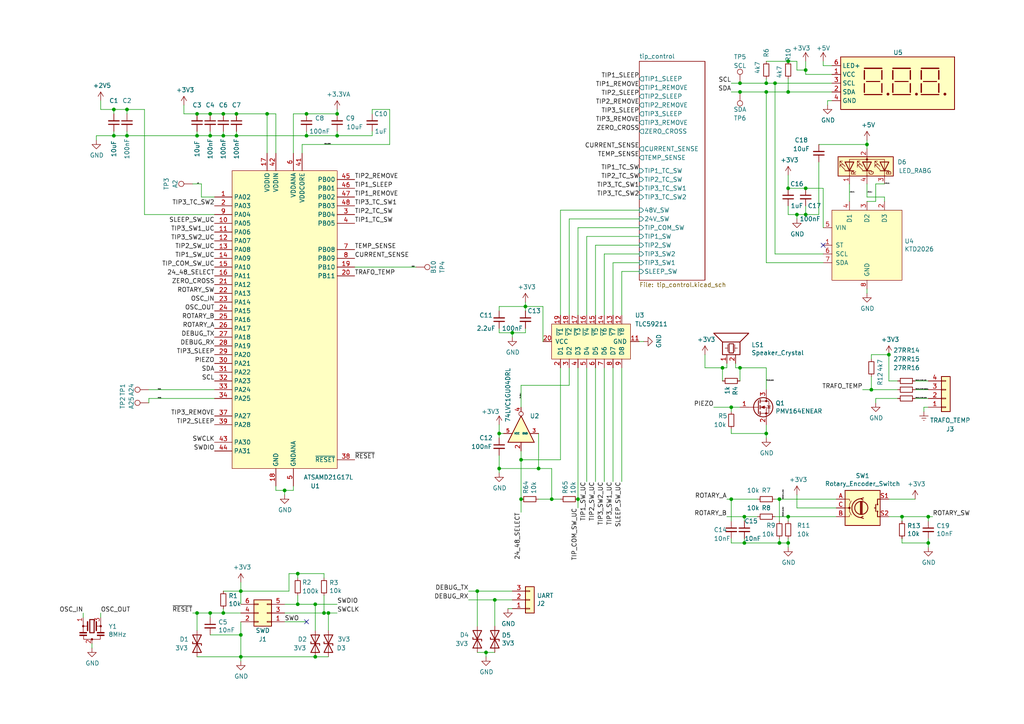
<source format=kicad_sch>
(kicad_sch (version 20230121) (generator eeschema)
  (paper "A4")
  (junction (at 228.6 54.61))
  (junction (at 233.68 62.23))
  (junction (at 60.96 177.8))
  (junction (at 214.63 106.68))
  (junction (at 252.73 113.03))
  (junction (at 69.85 171.45))
  (junction (at 69.85 190.5))
  (junction (at 269.24 157.48))
  (junction (at 60.96 39.37))
  (junction (at 228.6 149.86))
  (junction (at 36.83 39.37))
  (junction (at 261.62 149.86))
  (junction (at 222.25 125.73))
  (junction (at 33.02 39.37))
  (junction (at 144.78 135.89))
  (junction (at 93.98 177.8))
  (junction (at 212.09 144.78))
  (junction (at 152.4 88.9))
  (junction (at 224.79 24.13))
  (junction (at 226.06 144.78))
  (junction (at 233.68 54.61))
  (junction (at 212.09 118.11))
  (junction (at 88.9 33.02))
  (junction (at 64.77 39.37))
  (junction (at 231.14 62.23))
  (junction (at 86.36 175.26))
  (junction (at 233.68 20.32))
  (junction (at 95.25 177.8))
  (junction (at 97.79 39.37))
  (junction (at 209.55 106.68))
  (junction (at 215.9 149.86))
  (junction (at 160.02 144.78))
  (junction (at 57.15 177.8))
  (junction (at 91.44 190.5))
  (junction (at 140.97 189.23))
  (junction (at 33.02 31.75))
  (junction (at 215.9 157.48))
  (junction (at 151.13 144.78))
  (junction (at 138.43 171.45))
  (junction (at 82.55 142.24))
  (junction (at 251.46 41.91))
  (junction (at 97.79 33.02))
  (junction (at 156.21 135.89))
  (junction (at 228.6 26.67))
  (junction (at 228.6 157.48))
  (junction (at 57.15 39.37))
  (junction (at 88.9 39.37))
  (junction (at 144.78 125.73))
  (junction (at 77.47 33.02))
  (junction (at 228.6 17.78))
  (junction (at 167.64 144.78))
  (junction (at 86.36 166.37))
  (junction (at 69.85 184.15))
  (junction (at 269.24 149.86))
  (junction (at 60.96 33.02))
  (junction (at 214.63 26.67))
  (junction (at 91.44 175.26))
  (junction (at 222.25 24.13))
  (junction (at 143.51 173.99))
  (junction (at 64.77 33.02))
  (junction (at 57.15 33.02))
  (junction (at 226.06 157.48))
  (junction (at 68.58 33.02))
  (junction (at 36.83 31.75))
  (junction (at 214.63 24.13))
  (junction (at 151.13 133.35))
  (junction (at 148.59 96.52))
  (junction (at 222.25 26.67))
  (junction (at 68.58 39.37))
  (junction (at 64.77 177.8))
  (junction (at 257.81 102.87))
  (no_connect (at 238.76 71.12))
  (no_connect (at 88.9 180.34))
  (wire (pts (xy 29.21 179.07) (xy 29.21 177.8)))
  (wire (pts (xy 222.25 17.78) (xy 228.6 17.78)))
  (wire (pts (xy 91.44 190.5) (xy 69.85 190.5)))
  (wire (pts (xy 60.96 38.1) (xy 60.96 39.37)))
  (wire (pts (xy 228.6 157.48) (xy 228.6 158.75)))
  (wire (pts (xy 151.13 133.35) (xy 151.13 130.81)))
  (wire (pts (xy 219.71 149.86) (xy 215.9 149.86)))
  (wire (pts (xy 185.42 66.04) (xy 167.64 66.04)))
  (wire (pts (xy 113.03 41.91) (xy 113.03 31.75)))
  (wire (pts (xy 138.43 171.45) (xy 135.89 171.45)))
  (wire (pts (xy 82.55 142.24) (xy 85.09 142.24)))
  (wire (pts (xy 172.72 106.68) (xy 172.72 139.7)))
  (wire (pts (xy 170.18 106.68) (xy 170.18 139.7)))
  (wire (pts (xy 260.35 115.57) (xy 254 115.57)))
  (wire (pts (xy 165.1 111.76) (xy 151.13 111.76)))
  (wire (pts (xy 214.63 26.67) (xy 222.25 26.67)))
  (wire (pts (xy 36.83 38.1) (xy 36.83 39.37)))
  (wire (pts (xy 214.63 106.68) (xy 222.25 106.68)))
  (wire (pts (xy 69.85 190.5) (xy 57.15 190.5)))
  (wire (pts (xy 156.21 135.89) (xy 160.02 135.89)))
  (wire (pts (xy 88.9 33.02) (xy 97.79 33.02)))
  (wire (pts (xy 82.55 180.34) (xy 88.9 180.34)))
  (wire (pts (xy 257.81 102.87) (xy 252.73 102.87)))
  (wire (pts (xy 265.43 113.03) (xy 269.24 113.03)))
  (wire (pts (xy 91.44 182.88) (xy 91.44 175.26)))
  (wire (pts (xy 148.59 96.52) (xy 144.78 96.52)))
  (wire (pts (xy 254 58.42) (xy 251.46 58.42)))
  (wire (pts (xy 68.58 39.37) (xy 64.77 39.37)))
  (wire (pts (xy 60.96 184.15) (xy 69.85 184.15)))
  (wire (pts (xy 222.25 76.2) (xy 222.25 26.67)))
  (wire (pts (xy 69.85 190.5) (xy 69.85 191.77)))
  (wire (pts (xy 138.43 189.23) (xy 140.97 189.23)))
  (wire (pts (xy 69.85 184.15) (xy 69.85 180.34)))
  (wire (pts (xy 251.46 83.82) (xy 251.46 85.09)))
  (wire (pts (xy 185.42 71.12) (xy 172.72 71.12)))
  (wire (pts (xy 152.4 95.25) (xy 152.4 96.52)))
  (wire (pts (xy 238.76 73.66) (xy 224.79 73.66)))
  (wire (pts (xy 107.95 31.75) (xy 107.95 33.02)))
  (wire (pts (xy 233.68 62.23) (xy 233.68 59.69)))
  (wire (pts (xy 185.42 60.96) (xy 162.56 60.96)))
  (wire (pts (xy 138.43 171.45) (xy 138.43 181.61)))
  (wire (pts (xy 222.25 123.19) (xy 222.25 125.73)))
  (wire (pts (xy 261.62 157.48) (xy 269.24 157.48)))
  (wire (pts (xy 209.55 106.68) (xy 210.82 106.68)))
  (wire (pts (xy 58.42 57.15) (xy 58.42 53.34)))
  (wire (pts (xy 144.78 125.73) (xy 144.78 123.19)))
  (wire (pts (xy 69.85 175.26) (xy 69.85 171.45)))
  (wire (pts (xy 237.49 62.23) (xy 233.68 62.23)))
  (wire (pts (xy 212.09 118.11) (xy 207.01 118.11)))
  (wire (pts (xy 57.15 33.02) (xy 53.34 33.02)))
  (wire (pts (xy 210.82 144.78) (xy 212.09 144.78)))
  (wire (pts (xy 140.97 189.23) (xy 143.51 189.23)))
  (wire (pts (xy 265.43 110.49) (xy 269.24 110.49)))
  (wire (pts (xy 212.09 26.67) (xy 214.63 26.67)))
  (wire (pts (xy 64.77 39.37) (xy 60.96 39.37)))
  (wire (pts (xy 80.01 44.45) (xy 80.01 33.02)))
  (wire (pts (xy 228.6 157.48) (xy 226.06 157.48)))
  (wire (pts (xy 251.46 41.91) (xy 237.49 41.91)))
  (wire (pts (xy 82.55 177.8) (xy 93.98 177.8)))
  (wire (pts (xy 228.6 22.86) (xy 228.6 26.67)))
  (wire (pts (xy 269.24 118.11) (xy 267.97 118.11)))
  (wire (pts (xy 177.8 76.2) (xy 177.8 91.44)))
  (wire (pts (xy 87.63 41.91) (xy 113.03 41.91)))
  (wire (pts (xy 170.18 68.58) (xy 170.18 91.44)))
  (wire (pts (xy 62.23 113.03) (xy 43.18 113.03)))
  (wire (pts (xy 77.47 33.02) (xy 68.58 33.02)))
  (wire (pts (xy 85.09 142.24) (xy 85.09 140.97)))
  (wire (pts (xy 107.95 39.37) (xy 97.79 39.37)))
  (wire (pts (xy 60.96 33.02) (xy 57.15 33.02)))
  (wire (pts (xy 162.56 60.96) (xy 162.56 91.44)))
  (wire (pts (xy 144.78 125.73) (xy 144.78 127)))
  (wire (pts (xy 231.14 17.78) (xy 231.14 20.32)))
  (wire (pts (xy 185.42 73.66) (xy 175.26 73.66)))
  (wire (pts (xy 95.25 182.88) (xy 95.25 177.8)))
  (wire (pts (xy 224.79 73.66) (xy 224.79 24.13)))
  (wire (pts (xy 238.76 66.04) (xy 238.76 54.61)))
  (wire (pts (xy 83.82 166.37) (xy 86.36 166.37)))
  (wire (pts (xy 68.58 38.1) (xy 68.58 39.37)))
  (wire (pts (xy 26.67 186.69) (xy 26.67 187.96)))
  (wire (pts (xy 88.9 39.37) (xy 88.9 38.1)))
  (wire (pts (xy 269.24 149.86) (xy 270.51 149.86)))
  (wire (pts (xy 228.6 149.86) (xy 242.57 149.86)))
  (wire (pts (xy 148.59 171.45) (xy 138.43 171.45)))
  (wire (pts (xy 87.63 44.45) (xy 87.63 41.91)))
  (wire (pts (xy 156.21 144.78) (xy 160.02 144.78)))
  (wire (pts (xy 53.34 30.48) (xy 53.34 33.02)))
  (wire (pts (xy 57.15 177.8) (xy 55.88 177.8)))
  (wire (pts (xy 269.24 149.86) (xy 269.24 151.13)))
  (wire (pts (xy 238.76 19.05) (xy 238.76 17.78)))
  (wire (pts (xy 83.82 171.45) (xy 83.82 166.37)))
  (wire (pts (xy 209.55 110.49) (xy 209.55 106.68)))
  (wire (pts (xy 27.94 39.37) (xy 27.94 40.64)))
  (wire (pts (xy 140.97 190.5) (xy 140.97 189.23)))
  (wire (pts (xy 175.26 73.66) (xy 175.26 91.44)))
  (wire (pts (xy 33.02 39.37) (xy 33.02 38.1)))
  (wire (pts (xy 204.47 102.87) (xy 204.47 106.68)))
  (wire (pts (xy 144.78 137.16) (xy 144.78 135.89)))
  (wire (pts (xy 29.21 31.75) (xy 29.21 29.21)))
  (wire (pts (xy 157.48 88.9) (xy 152.4 88.9)))
  (wire (pts (xy 226.06 144.78) (xy 242.57 144.78)))
  (wire (pts (xy 80.01 33.02) (xy 77.47 33.02)))
  (wire (pts (xy 222.25 106.68) (xy 222.25 113.03)))
  (wire (pts (xy 215.9 157.48) (xy 212.09 157.48)))
  (wire (pts (xy 185.42 63.5) (xy 165.1 63.5)))
  (wire (pts (xy 148.59 96.52) (xy 148.59 97.79)))
  (wire (pts (xy 64.77 38.1) (xy 64.77 39.37)))
  (wire (pts (xy 180.34 78.74) (xy 180.34 91.44)))
  (wire (pts (xy 97.79 39.37) (xy 97.79 38.1)))
  (wire (pts (xy 64.77 33.02) (xy 60.96 33.02)))
  (wire (pts (xy 93.98 167.64) (xy 93.98 166.37)))
  (wire (pts (xy 167.64 106.68) (xy 167.64 144.78)))
  (wire (pts (xy 77.47 44.45) (xy 77.47 33.02)))
  (wire (pts (xy 68.58 39.37) (xy 88.9 39.37)))
  (wire (pts (xy 215.9 149.86) (xy 210.82 149.86)))
  (wire (pts (xy 82.55 142.24) (xy 82.55 143.51)))
  (wire (pts (xy 222.25 22.86) (xy 222.25 24.13)))
  (wire (pts (xy 69.85 184.15) (xy 69.85 190.5)))
  (wire (pts (xy 261.62 149.86) (xy 269.24 149.86)))
  (wire (pts (xy 260.35 110.49) (xy 257.81 110.49)))
  (wire (pts (xy 113.03 31.75) (xy 107.95 31.75)))
  (wire (pts (xy 69.85 177.8) (xy 64.77 177.8)))
  (wire (pts (xy 237.49 46.99) (xy 237.49 62.23)))
  (wire (pts (xy 80.01 142.24) (xy 82.55 142.24)))
  (wire (pts (xy 58.42 53.34) (xy 55.88 53.34)))
  (wire (pts (xy 214.63 110.49) (xy 214.63 106.68)))
  (wire (pts (xy 233.68 21.59) (xy 233.68 20.32)))
  (wire (pts (xy 251.46 41.91) (xy 251.46 43.18)))
  (wire (pts (xy 64.77 171.45) (xy 69.85 171.45)))
  (wire (pts (xy 228.6 17.78) (xy 231.14 17.78)))
  (wire (pts (xy 252.73 109.22) (xy 252.73 113.03)))
  (wire (pts (xy 228.6 50.8) (xy 228.6 54.61)))
  (wire (pts (xy 157.48 99.06) (xy 157.48 88.9)))
  (wire (pts (xy 33.02 39.37) (xy 27.94 39.37)))
  (wire (pts (xy 228.6 59.69) (xy 228.6 62.23)))
  (wire (pts (xy 256.54 57.15) (xy 251.46 57.15)))
  (wire (pts (xy 151.13 133.35) (xy 162.56 133.35)))
  (wire (pts (xy 228.6 149.86) (xy 228.6 151.13)))
  (wire (pts (xy 156.21 125.73) (xy 156.21 135.89)))
  (wire (pts (xy 97.79 33.02) (xy 97.79 31.75)))
  (wire (pts (xy 212.09 144.78) (xy 212.09 151.13)))
  (wire (pts (xy 148.59 176.53) (xy 147.32 176.53)))
  (wire (pts (xy 215.9 156.21) (xy 215.9 157.48)))
  (wire (pts (xy 93.98 177.8) (xy 93.98 172.72)))
  (wire (pts (xy 256.54 53.34) (xy 254 53.34)))
  (wire (pts (xy 62.23 57.15) (xy 58.42 57.15)))
  (wire (pts (xy 36.83 39.37) (xy 33.02 39.37)))
  (wire (pts (xy 222.25 125.73) (xy 222.25 127)))
  (wire (pts (xy 269.24 157.48) (xy 269.24 156.21)))
  (wire (pts (xy 213.36 105.41) (xy 213.36 106.68)))
  (wire (pts (xy 212.09 124.46) (xy 212.09 125.73)))
  (wire (pts (xy 60.96 39.37) (xy 57.15 39.37)))
  (wire (pts (xy 240.03 29.21) (xy 240.03 30.48)))
  (wire (pts (xy 160.02 135.89) (xy 160.02 144.78)))
  (wire (pts (xy 64.77 177.8) (xy 64.77 176.53)))
  (wire (pts (xy 95.25 177.8) (xy 97.79 177.8)))
  (wire (pts (xy 251.46 40.64) (xy 251.46 41.91)))
  (wire (pts (xy 233.68 54.61) (xy 228.6 54.61)))
  (wire (pts (xy 82.55 175.26) (xy 86.36 175.26)))
  (wire (pts (xy 175.26 106.68) (xy 175.26 139.7)))
  (wire (pts (xy 29.21 31.75) (xy 33.02 31.75)))
  (wire (pts (xy 60.96 177.8) (xy 60.96 179.07)))
  (wire (pts (xy 212.09 119.38) (xy 212.09 118.11)))
  (wire (pts (xy 143.51 173.99) (xy 143.51 181.61)))
  (wire (pts (xy 62.23 62.23) (xy 41.91 62.23)))
  (wire (pts (xy 260.35 113.03) (xy 252.73 113.03)))
  (wire (pts (xy 57.15 182.88) (xy 57.15 177.8)))
  (wire (pts (xy 156.21 135.89) (xy 144.78 135.89)))
  (wire (pts (xy 252.73 102.87) (xy 252.73 104.14)))
  (wire (pts (xy 172.72 71.12) (xy 172.72 91.44)))
  (wire (pts (xy 57.15 39.37) (xy 57.15 38.1)))
  (wire (pts (xy 160.02 144.78) (xy 162.56 144.78)))
  (wire (pts (xy 33.02 33.02) (xy 33.02 31.75)))
  (wire (pts (xy 152.4 87.63) (xy 152.4 88.9)))
  (wire (pts (xy 24.13 179.07) (xy 24.13 177.8)))
  (wire (pts (xy 185.42 99.06) (xy 186.69 99.06)))
  (wire (pts (xy 151.13 118.11) (xy 151.13 111.76)))
  (wire (pts (xy 86.36 175.26) (xy 86.36 172.72)))
  (wire (pts (xy 254 115.57) (xy 254 116.84)))
  (wire (pts (xy 222.25 26.67) (xy 228.6 26.67)))
  (wire (pts (xy 212.09 157.48) (xy 212.09 156.21)))
  (wire (pts (xy 85.09 33.02) (xy 88.9 33.02)))
  (wire (pts (xy 36.83 33.02) (xy 36.83 31.75)))
  (wire (pts (xy 143.51 173.99) (xy 135.89 173.99)))
  (wire (pts (xy 86.36 175.26) (xy 91.44 175.26)))
  (wire (pts (xy 151.13 133.35) (xy 151.13 144.78)))
  (wire (pts (xy 36.83 39.37) (xy 57.15 39.37)))
  (wire (pts (xy 228.6 149.86) (xy 224.79 149.86)))
  (wire (pts (xy 80.01 140.97) (xy 80.01 142.24)))
  (wire (pts (xy 93.98 177.8) (xy 95.25 177.8)))
  (wire (pts (xy 241.3 21.59) (xy 233.68 21.59)))
  (wire (pts (xy 231.14 20.32) (xy 233.68 20.32)))
  (wire (pts (xy 226.06 144.78) (xy 224.79 144.78)))
  (wire (pts (xy 165.1 63.5) (xy 165.1 91.44)))
  (wire (pts (xy 241.3 19.05) (xy 238.76 19.05)))
  (wire (pts (xy 252.73 113.03) (xy 250.19 113.03)))
  (wire (pts (xy 68.58 33.02) (xy 64.77 33.02)))
  (wire (pts (xy 261.62 149.86) (xy 261.62 151.13)))
  (wire (pts (xy 269.24 157.48) (xy 269.24 158.75)))
  (wire (pts (xy 177.8 106.68) (xy 177.8 139.7)))
  (wire (pts (xy 93.98 166.37) (xy 86.36 166.37)))
  (wire (pts (xy 214.63 118.11) (xy 212.09 118.11)))
  (wire (pts (xy 254 53.34) (xy 254 58.42)))
  (wire (pts (xy 257.81 149.86) (xy 261.62 149.86)))
  (wire (pts (xy 228.6 62.23) (xy 231.14 62.23)))
  (wire (pts (xy 144.78 88.9) (xy 144.78 90.17)))
  (wire (pts (xy 86.36 166.37) (xy 86.36 167.64)))
  (wire (pts (xy 167.64 144.78) (xy 167.64 147.32)))
  (wire (pts (xy 148.59 173.99) (xy 143.51 173.99)))
  (wire (pts (xy 238.76 76.2) (xy 222.25 76.2)))
  (wire (pts (xy 257.81 144.78) (xy 265.43 144.78)))
  (wire (pts (xy 267.97 118.11) (xy 267.97 119.38)))
  (wire (pts (xy 256.54 58.42) (xy 256.54 57.15)))
  (wire (pts (xy 185.42 76.2) (xy 177.8 76.2)))
  (wire (pts (xy 85.09 44.45) (xy 85.09 33.02)))
  (wire (pts (xy 91.44 175.26) (xy 97.79 175.26)))
  (wire (pts (xy 209.55 106.68) (xy 204.47 106.68)))
  (wire (pts (xy 226.06 151.13) (xy 226.06 144.78)))
  (wire (pts (xy 69.85 171.45) (xy 83.82 171.45)))
  (wire (pts (xy 41.91 31.75) (xy 41.91 62.23)))
  (wire (pts (xy 231.14 147.32) (xy 242.57 147.32)))
  (wire (pts (xy 107.95 38.1) (xy 107.95 39.37)))
  (wire (pts (xy 185.42 78.74) (xy 180.34 78.74)))
  (wire (pts (xy 185.42 68.58) (xy 170.18 68.58)))
  (wire (pts (xy 251.46 53.34) (xy 251.46 57.15)))
  (wire (pts (xy 265.43 115.57) (xy 269.24 115.57)))
  (wire (pts (xy 222.25 24.13) (xy 214.63 24.13)))
  (wire (pts (xy 246.38 53.34) (xy 246.38 58.42)))
  (wire (pts (xy 257.81 110.49) (xy 257.81 102.87)))
  (wire (pts (xy 261.62 157.48) (xy 261.62 156.21)))
  (wire (pts (xy 60.96 177.8) (xy 57.15 177.8)))
  (wire (pts (xy 43.18 115.57) (xy 43.18 116.84)))
  (wire (pts (xy 88.9 39.37) (xy 97.79 39.37)))
  (wire (pts (xy 226.06 157.48) (xy 215.9 157.48)))
  (wire (pts (xy 33.02 31.75) (xy 36.83 31.75)))
  (wire (pts (xy 162.56 133.35) (xy 162.56 106.68)))
  (wire (pts (xy 165.1 106.68) (xy 165.1 111.76)))
  (wire (pts (xy 241.3 26.67) (xy 228.6 26.67)))
  (wire (pts (xy 152.4 88.9) (xy 144.78 88.9)))
  (wire (pts (xy 102.87 77.47) (xy 120.65 77.47)))
  (wire (pts (xy 233.68 20.32) (xy 233.68 17.78)))
  (wire (pts (xy 212.09 125.73) (xy 222.25 125.73)))
  (wire (pts (xy 219.71 144.78) (xy 212.09 144.78)))
  (wire (pts (xy 228.6 156.21) (xy 228.6 157.48)))
  (wire (pts (xy 167.64 66.04) (xy 167.64 91.44)))
  (wire (pts (xy 238.76 54.61) (xy 233.68 54.61)))
  (wire (pts (xy 180.34 106.68) (xy 180.34 139.7)))
  (wire (pts (xy 210.82 106.68) (xy 210.82 105.41)))
  (wire (pts (xy 144.78 135.89) (xy 144.78 132.08)))
  (wire (pts (xy 64.77 177.8) (xy 60.96 177.8)))
  (wire (pts (xy 241.3 29.21) (xy 240.03 29.21)))
  (wire (pts (xy 152.4 90.17) (xy 152.4 88.9)))
  (wire (pts (xy 152.4 96.52) (xy 148.59 96.52)))
  (wire (pts (xy 36.83 31.75) (xy 41.91 31.75)))
  (wire (pts (xy 214.63 24.13) (xy 212.09 24.13)))
  (wire (pts (xy 62.23 115.57) (xy 43.18 115.57)))
  (wire (pts (xy 241.3 24.13) (xy 224.79 24.13)))
  (wire (pts (xy 231.14 62.23) (xy 231.14 63.5)))
  (wire (pts (xy 231.14 147.32) (xy 231.14 143.51)))
  (wire (pts (xy 69.85 171.45) (xy 69.85 168.91)))
  (wire (pts (xy 224.79 24.13) (xy 222.25 24.13)))
  (wire (pts (xy 91.44 190.5) (xy 95.25 190.5)))
  (wire (pts (xy 226.06 156.21) (xy 226.06 157.48)))
  (wire (pts (xy 215.9 149.86) (xy 215.9 151.13)))
  (wire (pts (xy 231.14 62.23) (xy 233.68 62.23)))
  (wire (pts (xy 213.36 106.68) (xy 214.63 106.68)))
  (wire (pts (xy 146.05 125.73) (xy 144.78 125.73)))
  (wire (pts (xy 151.13 144.78) (xy 151.13 148.59)))
  (wire (pts (xy 144.78 96.52) (xy 144.78 95.25)))
  (label "ZERO_CROSS" (at 62.23 82.55 180))
  (label "DEBUG_RX" (at 62.23 100.33 180))
  (label "TIP3_SW1_UC" (at 62.23 67.31 180))
  (label "TIP3_SW2_UC" (at 175.26 139.7 270))
  (label "TIP2_REMOVE" (at 185.42 30.48 180))
  (label "SDA" (at 212.09 26.67 180))
  (label "LED_G_I" (at 251.46 55.88 0) (effects (font (size 0.254 0.254))))
  (label "TIP3_TC_SW1" (at 185.42 54.61 180))
  (label "OSC_OUT" (at 29.21 177.8 0))
  (label "TIP1_SLEEP" (at 102.87 54.61 0))
  (label "TRAFO_TEMP_SIGNAL" (at 265.43 113.03 0) (effects (font (size 0.254 0.254))))
  (label "TIP3_TC_SW2" (at 62.23 59.69 180))
  (label "ROTARY_B" (at 210.82 149.86 180))
  (label "TRAFO_TEMP_VCC" (at 265.43 110.49 0) (effects (font (size 0.254 0.254))))
  (label "SLEEP_SW_UC" (at 62.23 64.77 180))
  (label "CURRENT_SENSE" (at 185.42 43.18 180))
  (label "DEBUG_RX" (at 135.89 173.99 180))
  (label "TIP3_SLEEP" (at 185.42 33.02 180))
  (label "TEMP_SENSE" (at 185.42 45.72 180))
  (label "24_48_SELECT" (at 151.13 148.59 270))
  (label "DEBUG_TX" (at 135.89 171.45 180))
  (label "~{RESET}" (at 55.88 177.8 180))
  (label "SCL" (at 62.23 110.49 180))
  (label "ROTARY_A_RAW" (at 227.33 144.78 90) (effects (font (size 0.254 0.254))))
  (label "ROTARY_B" (at 62.23 92.71 180))
  (label "SDA" (at 62.23 107.95 180))
  (label "24_48_SELECT" (at 62.23 80.01 180))
  (label "TIP1_REMOVE" (at 102.87 57.15 0))
  (label "VDD_CORE" (at 93.98 41.91 0) (effects (font (size 0.254 0.254))))
  (label "TIP_COM_SW_UC" (at 62.23 77.47 180))
  (label "OSC_OUT" (at 62.23 90.17 180))
  (label "ROTARY_B_RAW" (at 227.33 149.86 90) (effects (font (size 0.254 0.254))))
  (label "TIP3_REMOVE" (at 185.42 35.56 180))
  (label "ROTARY_SW" (at 270.51 149.86 0))
  (label "SWCLK" (at 62.23 128.27 180))
  (label "ROTARY_A" (at 62.23 95.25 180))
  (label "TIP2_SW_UC" (at 62.23 72.39 180))
  (label "~{RESET}" (at 102.87 133.35 0))
  (label "SCL" (at 212.09 24.13 180))
  (label "TIP2_TC_SW" (at 102.87 62.23 0))
  (label "TIP1_SW_UC" (at 170.18 139.7 270))
  (label "ZERO_CROSS" (at 185.42 38.1 180))
  (label "A2" (at 57.15 53.34 0) (effects (font (size 0.254 0.254))))
  (label "TIP3_SLEEP" (at 62.23 102.87 180))
  (label "TIP2_TC_SW" (at 185.42 52.07 180))
  (label "SWDIO" (at 62.23 130.81 180))
  (label "PIEZO" (at 62.23 105.41 180))
  (label "TIP3_SW1_UC" (at 177.8 139.7 270))
  (label "TIP1_TC_SW" (at 102.87 64.77 0))
  (label "ROTARY_A" (at 210.82 144.78 180))
  (label "SLEEP_SW_UC" (at 180.34 139.7 270))
  (label "TIP1_TC_SW" (at 185.42 49.53 180))
  (label "SWCLK" (at 97.79 177.8 0))
  (label "TIP_COM_SW_UC" (at 167.64 147.32 270))
  (label "TIP3_SW2_UC" (at 62.23 69.85 180))
  (label "24_SW_I" (at 151.13 115.57 90) (effects (font (size 0.254 0.254))))
  (label "OSC_IN" (at 62.23 87.63 180))
  (label "TEMP_SENSE" (at 102.87 72.39 0))
  (label "ROTARY_SW" (at 62.23 85.09 180))
  (label "TIP3_TC_SW1" (at 102.87 59.69 0))
  (label "TIP2_SLEEP" (at 62.23 123.19 180))
  (label "TIP1_SW_UC" (at 62.23 74.93 180))
  (label "DEBUG_TX" (at 62.23 97.79 180))
  (label "TIP1_REMOVE" (at 185.42 25.4 180))
  (label "TIP3_TC_SW2" (at 185.42 57.15 180))
  (label "TRAFO_TEMP" (at 250.19 113.03 180))
  (label "LED_B_I" (at 256.54 53.34 0) (effects (font (size 0.254 0.254))))
  (label "PA24" (at 45.72 113.03 0) (effects (font (size 0.254 0.254))))
  (label "OSC_IN" (at 24.13 177.8 180))
  (label "TIP2_SLEEP" (at 185.42 27.94 180))
  (label "TIP2_REMOVE" (at 102.87 52.07 0))
  (label "LED_R_I" (at 246.38 55.88 0) (effects (font (size 0.254 0.254))))
  (label "SWDIO" (at 97.79 175.26 0))
  (label "TIP3_REMOVE" (at 62.23 120.65 180))
  (label "TIP2_SW_UC" (at 172.72 139.7 270))
  (label "TRAFO_TEMP" (at 102.87 80.01 0))
  (label "TRAFO_TEMP_GND" (at 265.43 115.57 0) (effects (font (size 0.254 0.254))))
  (label "SWO" (at 82.55 180.34 0))
  (label "PA25" (at 45.72 115.57 0) (effects (font (size 0.254 0.254))))
  (label "PIEZO_GND" (at 222.25 110.49 0) (effects (font (size 0.254 0.254))))
  (label "CURRENT_SENSE" (at 102.87 74.93 0))
  (label "B10" (at 119.38 77.47 0) (effects (font (size 0.254 0.254))))
  (label "TIP1_SLEEP" (at 185.42 22.86 180))
  (label "PIEZO" (at 207.01 118.11 180))
  (symbol (lib_id "dp:ATSAMD21G17L") (at 82.55 92.71 0) (unit 1)
    (property "Reference" "U1" (at 91.44 140.97 0))
    (property "Value" "ATSAMD21G17L" (at 95.25 138.43 0))
    (property "Footprint" "Package_DFN_QFN:QFN-48-1EP_7x7mm_P0.5mm_EP5.15x5.15mm" (effects hide))
    (property "Datasheet" "http://ww1.microchip.com/downloads/en/DeviceDoc/SAMD21-Family-DataSheet-DS40001882D.pdf" (effects hide))
    (property "MOUSER_NO" "556-ATSAMD21G17L-MF" (effects hide))
  )
  (symbol (lib_id "power:GND") (at 254 116.84 0) (unit 1)
    (property "Reference" "#PWR027" (effects hide))
    (property "Value" "GND" (at 254.127 121.2342 0))
  )
  (symbol (lib_id "power:+3V3") (at 257.81 102.87 0) (unit 1)
    (property "Reference" "#PWR028" (effects hide))
    (property "Value" "+3V3" (at 258.191 98.4758 0))
  )
  (symbol (lib_id "Device:R_Small") (at 262.89 110.49 270) (unit 1)
    (property "Reference" "R14" (at 262.89 101.6 90) (effects (justify left)))
    (property "Value" "27R" (at 259.08 101.6 90) (effects (justify left)))
    (property "Footprint" "Resistor_SMD:R_0402_1005Metric" (effects hide))
    (property "MOUSER_NO" "71-CRCW040227R0FKEDH" (effects hide))
  )
  (symbol (lib_id "Device:R_Small") (at 262.89 113.03 270) (unit 1)
    (property "Reference" "R15" (at 262.89 104.14 90) (effects (justify left)))
    (property "Value" "27R" (at 259.08 106.68 90) (effects (justify left)))
    (property "Footprint" "Resistor_SMD:R_0402_1005Metric" (effects hide))
    (property "MOUSER_NO" "71-CRCW040227R0FKEDH" (effects hide))
  )
  (symbol (lib_id "Device:R_Small") (at 262.89 115.57 270) (unit 1)
    (property "Reference" "R16" (at 262.89 106.68 90) (effects (justify left)))
    (property "Value" "27R" (at 259.08 104.14 90) (effects (justify left)))
    (property "Footprint" "Resistor_SMD:R_0402_1005Metric" (effects hide))
    (property "MOUSER_NO" "71-CRCW040227R0FKEDH" (effects hide))
  )
  (symbol (lib_id "Device:R_Small") (at 252.73 106.68 180) (unit 1)
    (property "Reference" "R12" (at 255.27 107.95 90) (effects (justify left)))
    (property "Value" "4k7" (at 255.27 104.14 90) (effects (justify left)))
    (property "Footprint" "Resistor_SMD:R_0402_1005Metric" (effects hide))
    (property "MOUSER_NO" "71-CRCW0402-4.7K-E3" (effects hide))
  )
  (symbol (lib_id "power:GND") (at 26.67 187.96 0) (unit 1)
    (property "Reference" "#PWR01" (effects hide))
    (property "Value" "GND" (at 26.797 192.3542 0))
  )
  (symbol (lib_id "Device:LED_RABG") (at 251.46 48.26 90) (unit 1)
    (property "Reference" "D6" (at 261.62 46.99 90))
    (property "Value" "LED_RABG" (at 265.43 49.53 90))
    (property "Footprint" "LED_THT:LED_D5.0mm-4_RGB" (effects hide))
    (property "Datasheet" "https://www.kingbrightusa.com/images/catalog/SPEC/WP154A4SEJ3VBDZGC-CA.pdf" (effects hide))
    (property "MOUSER_NO" "604-WP154A43VBDZGCCA" (effects hide))
  )
  (symbol (lib_id "Device:Speaker_Crystal") (at 210.82 100.33 90) (unit 1)
    (property "Reference" "LS1" (at 217.932 100.0252 90) (effects (justify right)))
    (property "Value" "Speaker_Crystal" (at 217.932 102.3366 90) (effects (justify right)))
    (property "Footprint" "Buzzer_Beeper:Buzzer_TDK_PS1240P02BT_D12.2mm_H6.5mm" (effects hide))
    (property "Datasheet" "https://www.mouser.de/datasheet/2/400/iezoelectronic_buzzer_ps_en-1131915.pdf" (effects hide))
    (property "MOUSER_NO" "810-PS1240P02BT" (effects hide))
  )
  (symbol (lib_id "Device:R_Small") (at 212.09 110.49 270) (unit 1)
    (property "Reference" "R4" (at 213.2584 111.9886 0) (effects (justify left)))
    (property "Value" "1k" (at 210.947 111.9886 0) (effects (justify left)))
    (property "Footprint" "Resistor_SMD:R_0402_1005Metric" (effects hide))
    (property "MOUSER_NO" "71-CRCW0402-1.0K-E3" (effects hide))
  )
  (symbol (lib_id "power:+3V3") (at 204.47 102.87 0) (unit 1)
    (property "Reference" "#PWR016" (effects hide))
    (property "Value" "+3V3" (at 204.851 98.4758 0))
  )
  (symbol (lib_id "Connector_Generic:Conn_02x03_Odd_Even") (at 77.47 177.8 180) (unit 1)
    (property "Reference" "J1" (at 76.2 185.42 0))
    (property "Value" "SWD" (at 76.2 182.88 0))
    (property "Footprint" "dp:DF11-6DP-2DSA" (effects hide))
    (property "Datasheet" "https://www.hirose.com/product/document?clcode=CL0543-0518-8-01&productname=DF11-6DP-2DSA(01)&series=DF11&documenttype=Catalog&lang=de&documentid=D31688_en" (effects hide))
    (property "MOUSER_NO" "798-DF11-6DP-2DSA01" (effects hide))
  )
  (symbol (lib_id "power:GND") (at 69.85 191.77 0) (unit 1)
    (property "Reference" "#PWR06" (effects hide))
    (property "Value" "GND" (at 69.977 196.1642 0))
  )
  (symbol (lib_id "power:+3V3") (at 69.85 168.91 0) (unit 1)
    (property "Reference" "#PWR05" (effects hide))
    (property "Value" "+3V3" (at 70.231 164.5158 0))
  )
  (symbol (lib_id "Device:R_Small") (at 86.36 170.18 0) (unit 1)
    (property "Reference" "R2" (at 87.63 168.91 0) (effects (justify left)))
    (property "Value" "100k" (at 87.63 171.45 0) (effects (justify left)))
    (property "Footprint" "Resistor_SMD:R_0402_1005Metric" (effects hide))
    (property "MOUSER_NO" "71-CRCW0402-100K-E3" (effects hide))
  )
  (symbol (lib_id "Device:R_Small") (at 261.62 153.67 0) (unit 1)
    (property "Reference" "R13" (at 263.1186 152.5016 0) (effects (justify left)))
    (property "Value" "10k" (at 263.1186 154.813 0) (effects (justify left)))
    (property "Footprint" "Resistor_SMD:R_0402_1005Metric" (effects hide))
    (property "MOUSER_NO" "71-CRCW0402-10K-E3" (effects hide))
  )
  (symbol (lib_id "Device:C_Small") (at 269.24 153.67 0) (unit 1)
    (property "Reference" "C19" (at 271.5768 152.5016 0) (effects (justify left)))
    (property "Value" "10nF" (at 271.5768 154.813 0) (effects (justify left)))
    (property "Footprint" "Capacitor_SMD:C_0402_1005Metric" (effects hide))
    (property "MOUSER_NO" "81-GRM155R71H103JA8D" (effects hide))
  )
  (symbol (lib_id "power:GND") (at 269.24 158.75 0) (unit 1)
    (property "Reference" "#PWR031" (effects hide))
    (property "Value" "GND" (at 269.367 163.1442 0))
  )
  (symbol (lib_id "power:+3V3") (at 231.14 143.51 0) (unit 1)
    (property "Reference" "#PWR021" (effects hide))
    (property "Value" "+3V3" (at 231.521 139.1158 0))
  )
  (symbol (lib_id "power:GND") (at 228.6 158.75 0) (unit 1)
    (property "Reference" "#PWR019" (effects hide))
    (property "Value" "GND" (at 228.727 163.1442 0))
  )
  (symbol (lib_id "Device:C_Small") (at 212.09 153.67 0) (unit 1)
    (property "Reference" "C14" (at 207.01 153.67 0) (effects (justify left)))
    (property "Value" "10nF" (at 207.01 156.21 0) (effects (justify left)))
    (property "Footprint" "Capacitor_SMD:C_0402_1005Metric" (effects hide))
    (property "MOUSER_NO" "81-GRM155R71H103JA8D" (effects hide))
  )
  (symbol (lib_id "Device:C_Small") (at 215.9 153.67 0) (unit 1)
    (property "Reference" "C15" (at 215.9 151.13 0) (effects (justify left)))
    (property "Value" "10nF" (at 215.9 156.21 0) (effects (justify left)))
    (property "Footprint" "Capacitor_SMD:C_0402_1005Metric" (effects hide))
    (property "MOUSER_NO" "81-GRM155R71H103JA8D" (effects hide))
  )
  (symbol (lib_id "Device:R_Small") (at 222.25 149.86 270) (unit 1)
    (property "Reference" "R8" (at 222.25 147.32 90))
    (property "Value" "10k" (at 218.44 147.32 90))
    (property "Footprint" "Resistor_SMD:R_0402_1005Metric" (effects hide))
    (property "MOUSER_NO" "71-CRCW0402-10K-E3" (effects hide))
  )
  (symbol (lib_id "Device:R_Small") (at 222.25 144.78 270) (unit 1)
    (property "Reference" "R7" (at 222.25 142.24 90))
    (property "Value" "10k" (at 218.44 142.24 90))
    (property "Footprint" "Resistor_SMD:R_0402_1005Metric" (effects hide))
    (property "MOUSER_NO" "71-CRCW0402-10K-E3" (effects hide))
  )
  (symbol (lib_id "Device:R_Small") (at 228.6 153.67 0) (unit 1)
    (property "Reference" "R11" (at 231.14 152.4 0) (effects (justify left)))
    (property "Value" "10k" (at 231.14 154.94 0) (effects (justify left)))
    (property "Footprint" "Resistor_SMD:R_0402_1005Metric" (effects hide))
    (property "MOUSER_NO" "71-CRCW0402-10K-E3" (effects hide))
  )
  (symbol (lib_id "Device:R_Small") (at 226.06 153.67 0) (unit 1)
    (property "Reference" "R9" (at 222.25 152.4 0) (effects (justify left)))
    (property "Value" "10k" (at 220.98 154.94 0) (effects (justify left)))
    (property "Footprint" "Resistor_SMD:R_0402_1005Metric" (effects hide))
    (property "MOUSER_NO" "71-CRCW0402-10K-E3" (effects hide))
  )
  (symbol (lib_id "Connector_Generic:Conn_01x03") (at 153.67 173.99 0) (mirror x) (unit 1)
    (property "Reference" "J2" (at 155.702 175.0568 0) (effects (justify left)))
    (property "Value" "UART" (at 155.702 172.7454 0) (effects (justify left)))
    (property "Footprint" "dp:molex_022112032" (effects hide))
    (property "MOUSER_NO" "538-22-11-2032" (effects hide))
  )
  (symbol (lib_id "power:GND") (at 147.32 176.53 0) (unit 1)
    (property "Reference" "#PWR012" (effects hide))
    (property "Value" "GND" (at 147.447 180.9242 0))
  )
  (symbol (lib_id "Connector_Generic:Conn_01x04") (at 274.32 115.57 0) (mirror x) (unit 1)
    (property "Reference" "J3" (at 275.59 124.46 0))
    (property "Value" "TRAFO_TEMP" (at 275.59 121.92 0))
    (property "Footprint" "dp:molex_022112042" (effects hide))
    (property "Datasheet" "https://www.molex.com/webdocs/datasheets/pdf/en-us/0022112042_PCB_HEADERS.pdf" (effects hide))
    (property "MOUSER_NO" "538-22-11-2042" (effects hide))
  )
  (symbol (lib_id "Device:RotaryEncoder_Switch") (at 250.19 147.32 0) (unit 1)
    (property "Reference" "SW1" (at 250.19 137.9982 0))
    (property "Value" "Rotary_Encoder_Switch" (at 250.19 140.3096 0))
    (property "Footprint" "Rotary_Encoder:RotaryEncoder_Alps_EC11E-Switch_Vertical_H20mm_CircularMountingHoles" (effects hide))
    (property "MOUSER_NO" "688-EC11E18244A5" (effects hide))
  )
  (symbol (lib_id "power:+3V3") (at 265.43 144.78 0) (unit 1)
    (property "Reference" "#PWR029" (effects hide))
    (property "Value" "+3V3" (at 265.811 140.3858 0))
  )
  (symbol (lib_id "dp:7Seg_I2C_Display") (at 256.54 24.13 0) (unit 1)
    (property "Reference" "U5" (at 259.08 15.24 0) (effects (justify left)))
    (property "Value" " " (at 254 34.29 0) (effects (justify left)))
    (property "Footprint" "dp:7Seg_I2C_Display" (effects hide))
  )
  (symbol (lib_id "Connector:TestPoint") (at 214.63 24.13 0) (unit 1)
    (property "Reference" "TP5" (at 214.63 16.51 0))
    (property "Value" "SCL" (at 214.63 19.05 0))
    (property "Footprint" "dp:TestPoint_Pad_D1.2mm_0.5mmHole" (effects hide))
  )
  (symbol (lib_id "Connector:TestPoint") (at 214.63 26.67 180) (unit 1)
    (property "Reference" "TP6" (at 214.63 34.29 0))
    (property "Value" "SDA" (at 214.63 31.75 0))
    (property "Footprint" "dp:TestPoint_Pad_D1.2mm_0.5mmHole" (effects hide))
  )
  (symbol (lib_id "Device:R_Small") (at 93.98 170.18 0) (unit 1)
    (property "Reference" "R3" (at 95.4786 169.0116 0) (effects (justify left)))
    (property "Value" "10k" (at 95.4786 171.323 0) (effects (justify left)))
    (property "Footprint" "Resistor_SMD:R_0402_1005Metric" (effects hide))
    (property "MOUSER_NO" "71-CRCW0402-10K-E3" (effects hide))
  )
  (symbol (lib_id "Connector:TestPoint") (at 55.88 53.34 90) (unit 1)
    (property "Reference" "TP3" (at 48.26 53.34 0))
    (property "Value" "A2" (at 50.8 53.34 0))
    (property "Footprint" "dp:TestPoint_Pad_D1.2mm_0.5mmHole" (effects hide))
  )
  (symbol (lib_id "Device:C_Small") (at 60.96 181.61 0) (unit 1)
    (property "Reference" "C5" (at 63.2968 180.4416 0) (effects (justify left)))
    (property "Value" "10nF" (at 63.2968 182.753 0) (effects (justify left)))
    (property "Footprint" "Capacitor_SMD:C_0402_1005Metric" (effects hide))
    (property "MOUSER_NO" "81-GRM155R71H103JA8D" (effects hide))
  )
  (symbol (lib_id "Device:R_Small") (at 64.77 173.99 0) (unit 1)
    (property "Reference" "R1" (at 66.2686 172.8216 0) (effects (justify left)))
    (property "Value" "10k" (at 66.2686 175.133 0) (effects (justify left)))
    (property "Footprint" "Resistor_SMD:R_0402_1005Metric" (effects hide))
    (property "MOUSER_NO" "71-CRCW0402-10K-E3" (effects hide))
  )
  (symbol (lib_id "power:+5V") (at 238.76 17.78 0) (unit 1)
    (property "Reference" "#PWR023" (effects hide))
    (property "Value" "+5V" (at 238.76 13.97 0))
  )
  (symbol (lib_id "power:+3V3") (at 233.68 17.78 0) (unit 1)
    (property "Reference" "#PWR022" (effects hide))
    (property "Value" "+3V3" (at 232.41 13.97 0))
  )
  (symbol (lib_id "Connector:TestPoint") (at 120.65 77.47 270) (unit 1)
    (property "Reference" "TP4" (at 128.27 77.47 0))
    (property "Value" "B10" (at 125.73 77.47 0))
    (property "Footprint" "dp:TestPoint_Pad_D1.2mm_0.5mmHole" (effects hide))
  )
  (symbol (lib_id "dp:KTD2026") (at 251.46 71.12 0) (unit 1)
    (property "Reference" "U4" (at 262.3312 69.9516 0) (effects (justify left)))
    (property "Value" "KTD2026" (at 262.3312 72.263 0) (effects (justify left)))
    (property "Footprint" "dp:UTDFN-8-1EP_1.5x1.5mm_P0.4mm_EP0.8x1.45mm" (effects hide))
    (property "Datasheet" "https://www.kinet-ic.com/uploads/KTD2026-7-04g.pdf" (effects hide))
    (property "MOUSER_NO" "389-KTD2026EWETR" (effects hide))
  )
  (symbol (lib_id "power:GND") (at 240.03 30.48 0) (unit 1)
    (property "Reference" "#PWR024" (effects hide))
    (property "Value" "GND" (at 240.157 34.8742 0))
  )
  (symbol (lib_id "Device:Resonator_Small") (at 26.67 181.61 0) (unit 1)
    (property "Reference" "Y1" (at 31.4452 181.7116 0) (effects (justify left)))
    (property "Value" "8MHz" (at 31.4452 184.023 0) (effects (justify left)))
    (property "Footprint" "Crystal:Resonator_SMD_muRata_CSTxExxV-3Pin_3.0x1.1mm" (effects hide))
    (property "Datasheet" "https://www.murata.com/en-us/products/productdata/8801161773086/SPEC-CSTNE8M00GH5C000R0.pdf?1559743212000" (effects hide))
    (property "MOUSER_NO" "81-CSTNE8M00GH5C000R" (effects hide))
  )
  (symbol (lib_id "power:GND") (at 251.46 85.09 0) (unit 1)
    (property "Reference" "#PWR026" (effects hide))
    (property "Value" "GND" (at 251.587 89.4842 0))
  )
  (symbol (lib_id "Device:C_Small") (at 33.02 35.56 180) (unit 1)
    (property "Reference" "C1" (at 33.02 29.21 0))
    (property "Value" "10uF" (at 33.02 43.18 90))
    (property "Footprint" "Capacitor_SMD:C_0603_1608Metric" (effects hide))
    (property "MOUSER_NO" "81-GRM188D71A106MA3D" (effects hide))
  )
  (symbol (lib_id "Device:C_Small") (at 237.49 44.45 180) (unit 1)
    (property "Reference" "C18" (at 232.41 40.64 0))
    (property "Value" "10uF" (at 232.41 43.18 0))
    (property "Footprint" "Capacitor_SMD:C_0603_1608Metric" (effects hide))
    (property "MOUSER_NO" "81-GRM188D71A106MA3D" (effects hide))
  )
  (symbol (lib_id "Device:C_Small") (at 233.68 57.15 0) (unit 1)
    (property "Reference" "C17" (at 236.22 59.69 0))
    (property "Value" "100nF" (at 234.95 63.5 0))
    (property "Footprint" "Capacitor_SMD:C_0402_1005Metric" (effects hide))
    (property "MOUSER_NO" "81-GRM155R71H104KE4D" (effects hide))
  )
  (symbol (lib_id "Device:C_Small") (at 228.6 57.15 180) (unit 1)
    (property "Reference" "C16" (at 231.14 53.34 0))
    (property "Value" "1uF" (at 231.14 59.69 0))
    (property "Footprint" "Capacitor_SMD:C_0402_1005Metric" (effects hide))
    (property "MOUSER_NO" "81-GRM155R70J105KA2D" (effects hide))
  )
  (symbol (lib_id "power:+5V") (at 251.46 40.64 0) (unit 1)
    (property "Reference" "#PWR025" (effects hide))
    (property "Value" "+5V" (at 251.841 36.2458 0))
  )
  (symbol (lib_id "power:+3V3") (at 228.6 50.8 0) (unit 1)
    (property "Reference" "#PWR018" (effects hide))
    (property "Value" "+3V3" (at 228.981 46.4058 0))
  )
  (symbol (lib_id "power:GND") (at 231.14 63.5 0) (unit 1)
    (property "Reference" "#PWR020" (effects hide))
    (property "Value" "GND" (at 231.267 67.8942 0))
  )
  (symbol (lib_id "power:GND") (at 140.97 190.5 0) (unit 1)
    (property "Reference" "#PWR09" (effects hide))
    (property "Value" "GND" (at 141.097 194.8942 0))
  )
  (symbol (lib_id "Device:C_Small") (at 97.79 35.56 180) (unit 1)
    (property "Reference" "C9" (at 101.6 34.29 0))
    (property "Value" "10uF" (at 102.87 36.83 0))
    (property "Footprint" "Capacitor_SMD:C_0603_1608Metric" (effects hide))
    (property "MOUSER_NO" "81-GRM188D71A106MA3D" (effects hide))
  )
  (symbol (lib_id "Device:R_Small") (at 222.25 20.32 180) (unit 1)
    (property "Reference" "R6" (at 222.25 13.97 90) (effects (justify left)))
    (property "Value" "4k7" (at 219.71 17.78 90) (effects (justify left)))
    (property "Footprint" "Resistor_SMD:R_0402_1005Metric" (effects hide))
    (property "MOUSER_NO" "71-CRCW0402-4.7K-E3" (effects hide))
  )
  (symbol (lib_id "Device:R_Small") (at 228.6 20.32 180) (unit 1)
    (property "Reference" "R10" (at 228.6 13.97 90) (effects (justify left)))
    (property "Value" "4k7" (at 226.06 19.05 90) (effects (justify left)))
    (property "Footprint" "Resistor_SMD:R_0402_1005Metric" (effects hide))
    (property "MOUSER_NO" "71-CRCW0402-4.7K-E3" (effects hide))
  )
  (symbol (lib_id "power:GND") (at 82.55 143.51 0) (unit 1)
    (property "Reference" "#PWR07" (effects hide))
    (property "Value" "GND" (at 82.677 147.9042 0))
  )
  (symbol (lib_id "Device:D_TVS") (at 91.44 186.69 90) (unit 1)
    (property "Reference" "D2" (at 86.36 185.42 90) (effects (justify right)))
    (property "Value" "3V3" (at 85.09 187.96 90) (effects (justify right)))
    (property "Footprint" "Diode_SMD:D_0603_1608Metric" (effects hide))
    (property "Datasheet" "https://www.vishay.com/docs/85909/vcut03e1-sd0.pdf" (effects hide))
    (property "MOUSER_NO" "652-CG0603MLU-3.3E" (effects hide))
  )
  (symbol (lib_id "Device:D_TVS") (at 57.15 186.69 90) (unit 1)
    (property "Reference" "D1" (at 52.07 185.42 90) (effects (justify right)))
    (property "Value" "3V3" (at 50.8 187.96 90) (effects (justify right)))
    (property "Footprint" "Diode_SMD:D_0603_1608Metric" (effects hide))
    (property "Datasheet" "https://www.vishay.com/docs/85909/vcut03e1-sd0.pdf" (effects hide))
    (property "MOUSER_NO" "652-CG0603MLU-3.3E" (effects hide))
  )
  (symbol (lib_id "Device:D_TVS") (at 95.25 186.69 270) (unit 1)
    (property "Reference" "D3" (at 100.33 187.96 90) (effects (justify right)))
    (property "Value" "3V3" (at 101.6 185.42 90) (effects (justify right)))
    (property "Footprint" "Diode_SMD:D_0603_1608Metric" (effects hide))
    (property "Datasheet" "https://www.vishay.com/docs/85909/vcut03e1-sd0.pdf" (effects hide))
    (property "MOUSER_NO" "652-CG0603MLU-3.3E" (effects hide))
  )
  (symbol (lib_id "Device:C_Small") (at 88.9 35.56 0) (unit 1)
    (property "Reference" "C8" (at 92.71 34.29 0))
    (property "Value" "100nF" (at 92.71 38.1 0))
    (property "Footprint" "Capacitor_SMD:C_0402_1005Metric" (effects hide))
    (property "MOUSER_NO" "81-GRM155R71H104KE4D" (effects hide))
  )
  (symbol (lib_id "Connector:TestPoint") (at 43.18 113.03 90) (unit 1)
    (property "Reference" "TP1" (at 35.56 113.03 0))
    (property "Value" "A24" (at 38.1 113.03 0))
    (property "Footprint" "dp:TestPoint_Pad_D1.2mm_0.5mmHole" (effects hide))
  )
  (symbol (lib_id "Connector:TestPoint") (at 43.18 116.84 90) (unit 1)
    (property "Reference" "TP2" (at 35.56 116.84 0))
    (property "Value" "A25" (at 38.1 116.84 0))
    (property "Footprint" "dp:TestPoint_Pad_D1.2mm_0.5mmHole" (effects hide))
  )
  (symbol (lib_id "power:+3.3VA") (at 97.79 31.75 0) (unit 1)
    (property "Reference" "#PWR08" (effects hide))
    (property "Value" "+3.3VA" (at 98.171 27.3558 0))
  )
  (symbol (lib_id "Device:C_Small") (at 57.15 35.56 180) (unit 1)
    (property "Reference" "C3" (at 57.15 30.48 0))
    (property "Value" "10uF" (at 57.15 43.18 90))
    (property "Footprint" "Capacitor_SMD:C_0603_1608Metric" (effects hide))
    (property "MOUSER_NO" "81-GRM188D71A106MA3D" (effects hide))
  )
  (symbol (lib_id "Device:C_Small") (at 60.96 35.56 0) (unit 1)
    (property "Reference" "C4" (at 60.96 30.48 0))
    (property "Value" "100nF" (at 60.96 43.18 90))
    (property "Footprint" "Capacitor_SMD:C_0402_1005Metric" (effects hide))
    (property "MOUSER_NO" "81-GRM155R71H104KE4D" (effects hide))
  )
  (symbol (lib_id "Device:C_Small") (at 64.77 35.56 0) (unit 1)
    (property "Reference" "C6" (at 64.77 30.48 0))
    (property "Value" "100nF" (at 64.77 43.18 90))
    (property "Footprint" "Capacitor_SMD:C_0402_1005Metric" (effects hide))
    (property "MOUSER_NO" "81-GRM155R71H104KE4D" (effects hide))
  )
  (symbol (lib_id "Device:C_Small") (at 68.58 35.56 0) (unit 1)
    (property "Reference" "C7" (at 68.58 30.48 0))
    (property "Value" "100nF" (at 68.58 43.18 90))
    (property "Footprint" "Capacitor_SMD:C_0402_1005Metric" (effects hide))
    (property "MOUSER_NO" "81-GRM155R71H104KE4D" (effects hide))
  )
  (symbol (lib_id "power:+3V3") (at 53.34 30.48 0) (unit 1)
    (property "Reference" "#PWR04" (effects hide))
    (property "Value" "+3V3" (at 53.721 26.0858 0))
  )
  (symbol (lib_id "Device:C_Small") (at 36.83 35.56 0) (unit 1)
    (property "Reference" "C2" (at 36.83 29.21 0))
    (property "Value" "100nF" (at 36.83 43.18 90))
    (property "Footprint" "Capacitor_SMD:C_0402_1005Metric" (effects hide))
    (property "MOUSER_NO" "81-GRM155R71H104KE4D" (effects hide))
  )
  (symbol (lib_id "power:GND") (at 27.94 40.64 0) (unit 1)
    (property "Reference" "#PWR02" (effects hide))
    (property "Value" "GND" (at 28.067 45.0342 0))
  )
  (symbol (lib_id "power:+2V5") (at 29.21 29.21 0) (unit 1)
    (property "Reference" "#PWR03" (effects hide))
    (property "Value" "+2V5" (at 29.591 24.8158 0))
  )
  (symbol (lib_id "Device:C_Small") (at 107.95 35.56 180) (unit 1)
    (property "Reference" "C10" (at 110.49 33.02 0))
    (property "Value" "1uF" (at 110.49 38.1 0))
    (property "Footprint" "Capacitor_SMD:C_0402_1005Metric" (effects hide))
    (property "MOUSER_NO" "81-GRM155R70J105KA2D" (effects hide))
  )
  (symbol (lib_id "dp:TLC59211") (at 172.72 99.06 90) (unit 1)
    (property "Reference" "U3" (at 184.15 91.44 90) (effects (justify right)))
    (property "Value" "TLC59211" (at 184.15 93.98 90) (effects (justify right)))
    (property "Footprint" "Package_SO:TSSOP-20_4.4x6.5mm_P0.65mm" (effects hide))
    (property "Datasheet" "http://www.ti.com/lit/ds/symlink/tlc59211.pdf" (effects hide))
    (property "MOUSER_NO" "595-TLC59211IPWR" (effects hide))
  )
  (symbol (lib_id "power:GND") (at 186.69 99.06 90) (unit 1)
    (property "Reference" "#PWR015" (effects hide))
    (property "Value" "GND" (at 191.0842 98.933 0))
  )
  (symbol (lib_id "Device:C_Small") (at 152.4 92.71 0) (unit 1)
    (property "Reference" "C13" (at 154.94 90.17 0))
    (property "Value" "100nF" (at 148.59 95.25 0))
    (property "Footprint" "Capacitor_SMD:C_0402_1005Metric" (effects hide))
    (property "MOUSER_NO" "81-GRM155R71H104KE4D" (effects hide))
  )
  (symbol (lib_id "Device:C_Small") (at 144.78 92.71 180) (unit 1)
    (property "Reference" "C11" (at 140.97 91.44 0))
    (property "Value" "2.2uF" (at 140.97 95.25 0))
    (property "Footprint" "Capacitor_SMD:C_0402_1005Metric" (effects hide))
    (property "MOUSER_NO" "81-GRT155C71A225KE3D" (effects hide))
  )
  (symbol (lib_id "power:+3V3") (at 152.4 87.63 0) (unit 1)
    (property "Reference" "#PWR014" (effects hide))
    (property "Value" "+3V3" (at 152.781 83.2358 0))
  )
  (symbol (lib_id "power:GND") (at 148.59 97.79 0) (unit 1)
    (property "Reference" "#PWR013" (effects hide))
    (property "Value" "GND" (at 148.717 102.1842 0))
  )
  (symbol (lib_id "74xGxx:74LVC1GU04DRL") (at 151.13 125.73 90) (unit 1)
    (property "Reference" "U2" (at 153.67 120.65 90) (effects (justify right)))
    (property "Value" "74LVC1GU04DRL" (at 147.32 106.68 0) (effects (justify right)))
    (property "Footprint" "Package_TO_SOT_SMD:SOT-553" (effects hide))
    (property "Datasheet" "http://www.ti.com/lit/ds/symlink/sn74lvc1gu04.pdf" (effects hide))
    (property "MOUSER_NO" "595-SN74LVC1GU04DRLR" (effects hide))
  )
  (symbol (lib_id "Device:C_Small") (at 144.78 129.54 0) (unit 1)
    (property "Reference" "C12" (at 140.97 127 0))
    (property "Value" "100nF" (at 139.7 129.54 0))
    (property "Footprint" "Capacitor_SMD:C_0402_1005Metric" (effects hide))
    (property "MOUSER_NO" "81-GRM155R71H104KE4D" (effects hide))
  )
  (symbol (lib_id "power:+3V3") (at 144.78 123.19 0) (unit 1)
    (property "Reference" "#PWR010" (effects hide))
    (property "Value" "+3V3" (at 142.24 119.38 0))
  )
  (symbol (lib_id "power:GND") (at 144.78 137.16 0) (unit 1)
    (property "Reference" "#PWR011" (effects hide))
    (property "Value" "GND" (at 144.907 141.5542 0))
  )
  (symbol (lib_id "Device:D_TVS") (at 138.43 185.42 90) (unit 1)
    (property "Reference" "D4" (at 133.35 184.15 90) (effects (justify right)))
    (property "Value" "3V3" (at 132.08 186.69 90) (effects (justify right)))
    (property "Footprint" "Diode_SMD:D_0603_1608Metric" (effects hide))
    (property "Datasheet" "https://www.vishay.com/docs/85909/vcut03e1-sd0.pdf" (effects hide))
    (property "MOUSER_NO" "652-CG0603MLU-3.3E" (effects hide))
  )
  (symbol (lib_id "Device:D_TVS") (at 143.51 185.42 90) (unit 1)
    (property "Reference" "D5" (at 145.5166 184.2516 90) (effects (justify right)))
    (property "Value" "3V3" (at 145.5166 186.563 90) (effects (justify right)))
    (property "Footprint" "Diode_SMD:D_0603_1608Metric" (effects hide))
    (property "Datasheet" "https://www.vishay.com/docs/85909/vcut03e1-sd0.pdf" (effects hide))
    (property "MOUSER_NO" "652-CG0603MLU-3.3E" (effects hide))
  )
  (symbol (lib_id "power:Earth") (at 267.97 119.38 0) (unit 1)
    (property "Reference" "#PWR030" (effects hide))
    (property "Value" "Earth" (effects hide))
  )
  (symbol (lib_id "Device:Q_NMOS_GSD") (at 219.71 118.11 0) (unit 1)
    (property "Reference" "Q1" (at 224.8916 116.9416 0) (effects (justify left)))
    (property "Value" "PMV164ENEAR" (at 224.8916 119.253 0) (effects (justify left)))
    (property "Footprint" "Package_TO_SOT_SMD:SOT-23" (effects hide))
    (property "MOUSER_NO" "771-PMV164ENEAR" (effects hide))
  )
  (symbol (lib_id "power:GND") (at 222.25 127 0) (unit 1)
    (property "Reference" "#PWR017" (effects hide))
    (property "Value" "GND" (at 222.377 131.3942 0))
  )
  (symbol (lib_id "Device:R_Small") (at 212.09 121.92 0) (unit 1)
    (property "Reference" "R5" (at 208.28 120.65 0) (effects (justify left)))
    (property "Value" "10k" (at 207.01 123.19 0) (effects (justify left)))
    (property "Footprint" "Resistor_SMD:R_0402_1005Metric" (effects hide))
    (property "MOUSER_NO" "71-CRCW0402-10K-E3" (effects hide))
  )
  (symbol (lib_id "Device:R_Small") (at 153.67 144.78 90) (unit 1)
    (property "Reference" "R64" (at 152.5016 143.2814 0) (effects (justify left)))
    (property "Value" "10k" (at 154.813 143.2814 0) (effects (justify left)))
    (property "Footprint" "Resistor_SMD:R_0402_1005Metric" (effects hide))
    (property "MOUSER_NO" "71-CRCW0402-10K-E3" (effects hide))
  )
  (symbol (lib_id "Device:R_Small") (at 165.1 144.78 90) (unit 1)
    (property "Reference" "R65" (at 163.9316 143.2814 0) (effects (justify left)))
    (property "Value" "10k" (at 166.243 143.2814 0) (effects (justify left)))
    (property "Footprint" "Resistor_SMD:R_0402_1005Metric" (effects hide))
    (property "MOUSER_NO" "71-CRCW0402-10K-E3" (effects hide))
  )
  (sheet (at 185.42 17.78) (size 19.05 63.5)
    (property "Sheetname" "tip_control" (at 185.42 17.0684 0) (effects (justify left bottom)))
    (property "Sheetfile" "tip_control.kicad_sch" (at 185.42 81.8646 0) (effects (justify left top)))
    (pin "TIP1_SLEEP" output (at 185.42 22.86 180))
    (pin "TIP1_REMOVE" output (at 185.42 25.4 180))
    (pin "TIP2_SLEEP" output (at 185.42 27.94 180))
    (pin "TIP2_REMOVE" output (at 185.42 30.48 180))
    (pin "TIP3_SLEEP" output (at 185.42 33.02 180))
    (pin "TIP3_REMOVE" output (at 185.42 35.56 180))
    (pin "SLEEP_SW" input (at 185.42 78.74 180))
    (pin "ZERO_CROSS" output (at 185.42 38.1 180))
    (pin "CURRENT_SENSE" output (at 185.42 43.18 180))
    (pin "TEMP_SENSE" output (at 185.42 45.72 180))
    (pin "TIP1_TC_SW" input (at 185.42 49.53 180))
    (pin "TIP2_TC_SW" input (at 185.42 52.07 180))
    (pin "TIP3_TC_SW1" input (at 185.42 54.61 180))
    (pin "TIP3_TC_SW2" input (at 185.42 57.15 180))
    (pin "TIP1_SW" input (at 185.42 68.58 180))
    (pin "TIP2_SW" input (at 185.42 71.12 180))
    (pin "TIP3_SW1" input (at 185.42 76.2 180))
    (pin "TIP3_SW2" input (at 185.42 73.66 180))
    (pin "TIP_COM_SW" input (at 185.42 66.04 180))
    (pin "48V_SW" input (at 185.42 60.96 180))
    (pin "24V_SW" input (at 185.42 63.5 180))
  )
)
</source>
